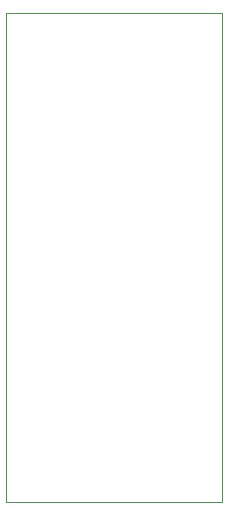
<source format=gm1>
%TF.GenerationSoftware,KiCad,Pcbnew,8.0.7*%
%TF.CreationDate,2025-03-14T20:28:10+02:00*%
%TF.ProjectId,TSSOP32-14mm Adapter,5453534f-5033-4322-9d31-346d6d204164,V1*%
%TF.SameCoordinates,Original*%
%TF.FileFunction,Profile,NP*%
%FSLAX46Y46*%
G04 Gerber Fmt 4.6, Leading zero omitted, Abs format (unit mm)*
G04 Created by KiCad (PCBNEW 8.0.7) date 2025-03-14 20:28:10*
%MOMM*%
%LPD*%
G01*
G04 APERTURE LIST*
%TA.AperFunction,Profile*%
%ADD10C,0.100000*%
%TD*%
G04 APERTURE END LIST*
D10*
X-1524000Y-39751000D02*
X-1524000Y1651000D01*
X-1524000Y1651000D02*
X16764000Y1651000D01*
X16764000Y-39751000D02*
X16764000Y1651000D01*
X16764000Y-39751000D02*
X-1524000Y-39751000D01*
M02*

</source>
